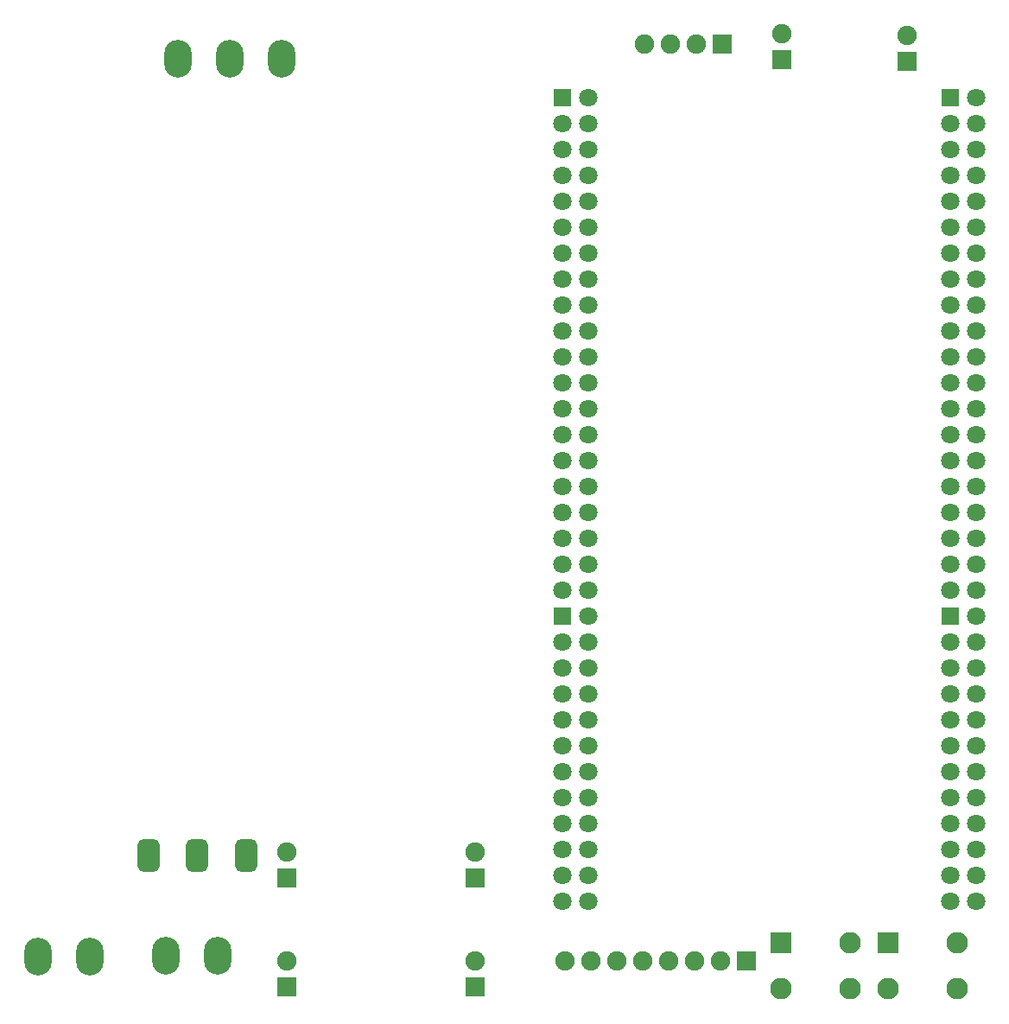
<source format=gbs>
G04*
G04 #@! TF.GenerationSoftware,Altium Limited,Altium Designer,20.0.2 (26)*
G04*
G04 Layer_Color=16711935*
%FSLAX25Y25*%
%MOIN*%
G70*
G01*
G75*
%ADD54R,0.07099X0.07099*%
%ADD55C,0.07099*%
%ADD56R,0.07493X0.07493*%
%ADD57C,0.07493*%
%ADD58C,0.08280*%
%ADD59R,0.08280X0.08280*%
%ADD60O,0.10642X0.14580*%
%ADD61R,0.07493X0.07493*%
G04:AMPARAMS|DCode=62|XSize=86.74mil|YSize=126.11mil|CornerRadius=23.68mil|HoleSize=0mil|Usage=FLASHONLY|Rotation=180.000|XOffset=0mil|YOffset=0mil|HoleType=Round|Shape=RoundedRectangle|*
%AMROUNDEDRECTD62*
21,1,0.08674,0.07874,0,0,180.0*
21,1,0.03937,0.12611,0,0,180.0*
1,1,0.04737,-0.01968,0.03937*
1,1,0.04737,0.01968,0.03937*
1,1,0.04737,0.01968,-0.03937*
1,1,0.04737,-0.01968,-0.03937*
%
%ADD62ROUNDEDRECTD62*%
D54*
X384000Y447500D02*
D03*
X533600D02*
D03*
X384000Y247500D02*
D03*
X533600D02*
D03*
D55*
X394000Y447500D02*
D03*
X384000Y437500D02*
D03*
X394000D02*
D03*
X384000Y427500D02*
D03*
X394000D02*
D03*
X384000Y417500D02*
D03*
X394000D02*
D03*
X384000Y407500D02*
D03*
X394000D02*
D03*
X384000Y397500D02*
D03*
X394000D02*
D03*
X384000Y387500D02*
D03*
X394000D02*
D03*
X384000Y377500D02*
D03*
X394000D02*
D03*
X384000Y367500D02*
D03*
X394000D02*
D03*
X384000Y357500D02*
D03*
X394000D02*
D03*
X384000Y347500D02*
D03*
X394000D02*
D03*
X384000Y337500D02*
D03*
X394000D02*
D03*
X384000Y327500D02*
D03*
X394000D02*
D03*
X384000Y317500D02*
D03*
X394000D02*
D03*
X384000Y307500D02*
D03*
X394000D02*
D03*
X384000Y297500D02*
D03*
X394000D02*
D03*
X384000Y287500D02*
D03*
X394000D02*
D03*
X384000Y277500D02*
D03*
X394000D02*
D03*
X384000Y267500D02*
D03*
X394000D02*
D03*
X384000Y257500D02*
D03*
X394000D02*
D03*
X543600Y447500D02*
D03*
X533600Y437500D02*
D03*
X543600D02*
D03*
X533600Y427500D02*
D03*
X543600D02*
D03*
X533600Y417500D02*
D03*
X543600D02*
D03*
X533600Y407500D02*
D03*
X543600D02*
D03*
X533600Y397500D02*
D03*
X543600D02*
D03*
X533600Y387500D02*
D03*
X543600D02*
D03*
X533600Y377500D02*
D03*
X543600D02*
D03*
X533600Y367500D02*
D03*
X543600D02*
D03*
X533600Y357500D02*
D03*
X543600D02*
D03*
X533600Y347500D02*
D03*
X543600D02*
D03*
X533600Y337500D02*
D03*
X543600D02*
D03*
X533600Y327500D02*
D03*
X543600D02*
D03*
X533600Y317500D02*
D03*
X543600D02*
D03*
X533600Y307500D02*
D03*
X543600D02*
D03*
X533600Y297500D02*
D03*
X543600D02*
D03*
X533600Y287500D02*
D03*
X543600D02*
D03*
X533600Y277500D02*
D03*
X543600D02*
D03*
X533600Y267500D02*
D03*
X543600D02*
D03*
X533600Y257500D02*
D03*
X543600D02*
D03*
X394000Y137500D02*
D03*
X384000D02*
D03*
X394000Y147500D02*
D03*
X384000D02*
D03*
X394000Y157500D02*
D03*
X384000D02*
D03*
X394000Y167500D02*
D03*
X384000D02*
D03*
X394000Y177500D02*
D03*
X384000D02*
D03*
X394000Y187500D02*
D03*
X384000D02*
D03*
X394000Y197500D02*
D03*
X384000D02*
D03*
X394000Y207500D02*
D03*
X384000D02*
D03*
X394000Y217500D02*
D03*
X384000D02*
D03*
X394000Y227500D02*
D03*
X384000D02*
D03*
X394000Y237500D02*
D03*
X384000D02*
D03*
X394000Y247500D02*
D03*
X543600Y137500D02*
D03*
X533600D02*
D03*
X543600Y147500D02*
D03*
X533600D02*
D03*
X543600Y157500D02*
D03*
X533600D02*
D03*
X543600Y167500D02*
D03*
X533600D02*
D03*
X543600Y177500D02*
D03*
X533600D02*
D03*
X543600Y187500D02*
D03*
X533600D02*
D03*
X543600Y197500D02*
D03*
X533600D02*
D03*
X543600Y207500D02*
D03*
X533600D02*
D03*
X543600Y217500D02*
D03*
X533600D02*
D03*
X543600Y227500D02*
D03*
X533600D02*
D03*
X543600Y237500D02*
D03*
X533600D02*
D03*
X543600Y247500D02*
D03*
D56*
X445500Y468000D02*
D03*
X350335Y104532D02*
D03*
X277500D02*
D03*
X517000Y461500D02*
D03*
X350335Y146500D02*
D03*
X277500D02*
D03*
X468500Y462000D02*
D03*
D57*
X435500Y468000D02*
D03*
X425500D02*
D03*
X415500D02*
D03*
X350335Y114532D02*
D03*
X277500D02*
D03*
X517000Y471500D02*
D03*
X350335Y156500D02*
D03*
X277500D02*
D03*
X385000Y114500D02*
D03*
X395000D02*
D03*
X445000D02*
D03*
X435000D02*
D03*
X425000D02*
D03*
X415000D02*
D03*
X405000D02*
D03*
X468500Y472000D02*
D03*
D58*
X536386Y121358D02*
D03*
Y103642D02*
D03*
X509614D02*
D03*
X494886Y121358D02*
D03*
Y103642D02*
D03*
X468114D02*
D03*
D59*
X509614Y121358D02*
D03*
X468114D02*
D03*
D60*
X201500Y116000D02*
D03*
X181500D02*
D03*
X251000Y116500D02*
D03*
X231000D02*
D03*
X255500Y462500D02*
D03*
X275500D02*
D03*
X235500D02*
D03*
D61*
X455000Y114500D02*
D03*
D62*
X243000Y155000D02*
D03*
X261898D02*
D03*
X224102D02*
D03*
M02*

</source>
